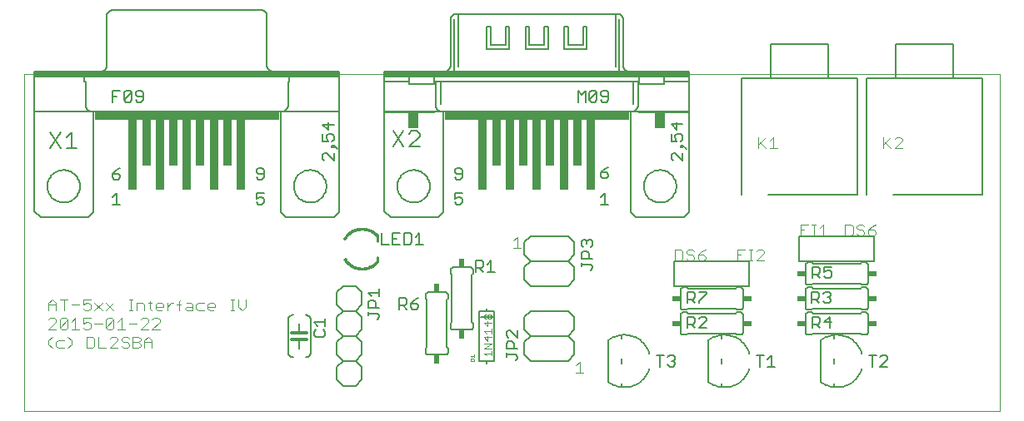
<source format=gto>
G75*
%MOIN*%
%OFA0B0*%
%FSLAX24Y24*%
%IPPOS*%
%LPD*%
%AMOC8*
5,1,8,0,0,1.08239X$1,22.5*
%
%ADD10C,0.0000*%
%ADD11C,0.0040*%
%ADD12C,0.0050*%
%ADD13C,0.0060*%
%ADD14R,0.0340X0.0240*%
%ADD15R,0.0240X0.0340*%
%ADD16C,0.0010*%
%ADD17C,0.0100*%
%ADD18C,0.0080*%
%ADD19C,0.0030*%
%ADD20R,0.0100X0.0950*%
%ADD21R,0.0400X0.0650*%
%ADD22R,0.7300X0.0300*%
%ADD23R,1.2200X0.0200*%
%ADD24R,0.0320X0.2850*%
%ADD25R,0.0320X0.1850*%
%ADD26C,0.0070*%
%ADD27C,0.0120*%
D10*
X000100Y001819D02*
X000100Y015315D01*
X039120Y015315D01*
X039120Y001819D01*
X000100Y001819D01*
D11*
X001217Y004339D02*
X001063Y004492D01*
X001063Y004646D01*
X001217Y004799D01*
X001447Y004646D02*
X001370Y004569D01*
X001370Y004415D01*
X001447Y004339D01*
X001677Y004339D01*
X001830Y004339D02*
X001984Y004492D01*
X001984Y004646D01*
X001830Y004799D01*
X001677Y004646D02*
X001447Y004646D01*
X001370Y005089D02*
X001063Y005089D01*
X001370Y005396D01*
X001370Y005472D01*
X001293Y005549D01*
X001140Y005549D01*
X001063Y005472D01*
X001524Y005472D02*
X001600Y005549D01*
X001754Y005549D01*
X001830Y005472D01*
X001524Y005165D01*
X001600Y005089D01*
X001754Y005089D01*
X001830Y005165D01*
X001830Y005472D01*
X001984Y005396D02*
X002137Y005549D01*
X002137Y005089D01*
X001984Y005089D02*
X002291Y005089D01*
X002444Y005165D02*
X002521Y005089D01*
X002674Y005089D01*
X002751Y005165D01*
X002751Y005319D01*
X002674Y005396D01*
X002598Y005396D01*
X002444Y005319D01*
X002444Y005549D01*
X002751Y005549D01*
X002905Y005319D02*
X003212Y005319D01*
X003365Y005472D02*
X003365Y005165D01*
X003672Y005472D01*
X003672Y005165D01*
X003595Y005089D01*
X003442Y005089D01*
X003365Y005165D01*
X003825Y005089D02*
X004132Y005089D01*
X003979Y005089D02*
X003979Y005549D01*
X003825Y005396D01*
X003672Y005472D02*
X003595Y005549D01*
X003442Y005549D01*
X003365Y005472D01*
X003365Y005839D02*
X003672Y006146D01*
X003365Y006146D02*
X003672Y005839D01*
X003212Y005839D02*
X002905Y006146D01*
X002751Y006069D02*
X002751Y005915D01*
X002674Y005839D01*
X002521Y005839D01*
X002444Y005915D01*
X002444Y006069D02*
X002598Y006146D01*
X002674Y006146D01*
X002751Y006069D01*
X002751Y006299D02*
X002444Y006299D01*
X002444Y006069D01*
X002291Y006069D02*
X001984Y006069D01*
X001830Y006299D02*
X001524Y006299D01*
X001677Y006299D02*
X001677Y005839D01*
X001370Y005839D02*
X001370Y006146D01*
X001217Y006299D01*
X001063Y006146D01*
X001063Y005839D01*
X001063Y006069D02*
X001370Y006069D01*
X001524Y005472D02*
X001524Y005165D01*
X002598Y004799D02*
X002828Y004799D01*
X002905Y004722D01*
X002905Y004415D01*
X002828Y004339D01*
X002598Y004339D01*
X002598Y004799D01*
X003058Y004799D02*
X003058Y004339D01*
X003365Y004339D01*
X003519Y004339D02*
X003825Y004646D01*
X003825Y004722D01*
X003749Y004799D01*
X003595Y004799D01*
X003519Y004722D01*
X003519Y004339D02*
X003825Y004339D01*
X003979Y004415D02*
X004056Y004339D01*
X004209Y004339D01*
X004286Y004415D01*
X004286Y004492D01*
X004209Y004569D01*
X004056Y004569D01*
X003979Y004646D01*
X003979Y004722D01*
X004056Y004799D01*
X004209Y004799D01*
X004286Y004722D01*
X004439Y004799D02*
X004670Y004799D01*
X004746Y004722D01*
X004746Y004646D01*
X004670Y004569D01*
X004439Y004569D01*
X004439Y004339D02*
X004439Y004799D01*
X004670Y004569D02*
X004746Y004492D01*
X004746Y004415D01*
X004670Y004339D01*
X004439Y004339D01*
X004900Y004339D02*
X004900Y004646D01*
X005053Y004799D01*
X005207Y004646D01*
X005207Y004339D01*
X005207Y004569D02*
X004900Y004569D01*
X005053Y005089D02*
X004746Y005089D01*
X005053Y005396D01*
X005053Y005472D01*
X004976Y005549D01*
X004823Y005549D01*
X004746Y005472D01*
X004593Y005319D02*
X004286Y005319D01*
X004286Y005839D02*
X004439Y005839D01*
X004363Y005839D02*
X004363Y006299D01*
X004439Y006299D02*
X004286Y006299D01*
X004593Y006146D02*
X004823Y006146D01*
X004900Y006069D01*
X004900Y005839D01*
X005130Y005915D02*
X005207Y005839D01*
X005130Y005915D02*
X005130Y006222D01*
X005053Y006146D02*
X005207Y006146D01*
X005360Y006069D02*
X005437Y006146D01*
X005590Y006146D01*
X005667Y006069D01*
X005667Y005992D01*
X005360Y005992D01*
X005360Y005915D02*
X005360Y006069D01*
X005360Y005915D02*
X005437Y005839D01*
X005590Y005839D01*
X005821Y005839D02*
X005821Y006146D01*
X005974Y006146D02*
X005821Y005992D01*
X005974Y006146D02*
X006051Y006146D01*
X006204Y006069D02*
X006358Y006069D01*
X006281Y006222D02*
X006281Y005839D01*
X006511Y005915D02*
X006588Y005992D01*
X006818Y005992D01*
X006818Y006069D02*
X006818Y005839D01*
X006588Y005839D01*
X006511Y005915D01*
X006588Y006146D02*
X006741Y006146D01*
X006818Y006069D01*
X006971Y006069D02*
X006971Y005915D01*
X007048Y005839D01*
X007278Y005839D01*
X007432Y005915D02*
X007432Y006069D01*
X007509Y006146D01*
X007662Y006146D01*
X007739Y006069D01*
X007739Y005992D01*
X007432Y005992D01*
X007432Y005915D02*
X007509Y005839D01*
X007662Y005839D01*
X007278Y006146D02*
X007048Y006146D01*
X006971Y006069D01*
X006358Y006299D02*
X006281Y006222D01*
X005514Y005472D02*
X005437Y005549D01*
X005283Y005549D01*
X005207Y005472D01*
X005514Y005472D02*
X005514Y005396D01*
X005207Y005089D01*
X005514Y005089D01*
X004593Y005839D02*
X004593Y006146D01*
X003212Y006146D02*
X002905Y005839D01*
X008353Y005839D02*
X008506Y005839D01*
X008429Y005839D02*
X008429Y006299D01*
X008353Y006299D02*
X008506Y006299D01*
X008660Y006299D02*
X008660Y005992D01*
X008813Y005839D01*
X008967Y005992D01*
X008967Y006299D01*
X019660Y008339D02*
X019967Y008339D01*
X019813Y008339D02*
X019813Y008799D01*
X019660Y008646D01*
X026120Y008299D02*
X026120Y007839D01*
X026350Y007839D01*
X026427Y007915D01*
X026427Y008222D01*
X026350Y008299D01*
X026120Y008299D01*
X026580Y008222D02*
X026580Y008146D01*
X026657Y008069D01*
X026811Y008069D01*
X026887Y007992D01*
X026887Y007915D01*
X026811Y007839D01*
X026657Y007839D01*
X026580Y007915D01*
X027041Y007915D02*
X027041Y008069D01*
X027271Y008069D01*
X027348Y007992D01*
X027348Y007915D01*
X027271Y007839D01*
X027118Y007839D01*
X027041Y007915D01*
X027041Y008069D02*
X027194Y008222D01*
X027348Y008299D01*
X026887Y008222D02*
X026811Y008299D01*
X026657Y008299D01*
X026580Y008222D01*
X028620Y008299D02*
X028620Y007839D01*
X028620Y008069D02*
X028773Y008069D01*
X028620Y008299D02*
X028927Y008299D01*
X029080Y008299D02*
X029234Y008299D01*
X029157Y008299D02*
X029157Y007839D01*
X029080Y007839D02*
X029234Y007839D01*
X029387Y007839D02*
X029694Y008146D01*
X029694Y008222D01*
X029618Y008299D01*
X029464Y008299D01*
X029387Y008222D01*
X029387Y007839D02*
X029694Y007839D01*
X031142Y008839D02*
X031142Y009299D01*
X031449Y009299D01*
X031603Y009299D02*
X031756Y009299D01*
X031679Y009299D02*
X031679Y008839D01*
X031603Y008839D02*
X031756Y008839D01*
X031910Y008839D02*
X032217Y008839D01*
X032063Y008839D02*
X032063Y009299D01*
X031910Y009146D01*
X031296Y009069D02*
X031142Y009069D01*
X032939Y009299D02*
X032939Y008839D01*
X033169Y008839D01*
X033246Y008915D01*
X033246Y009222D01*
X033169Y009299D01*
X032939Y009299D01*
X033399Y009222D02*
X033399Y009146D01*
X033476Y009069D01*
X033629Y009069D01*
X033706Y008992D01*
X033706Y008915D01*
X033629Y008839D01*
X033476Y008839D01*
X033399Y008915D01*
X033860Y008915D02*
X033860Y009069D01*
X034090Y009069D01*
X034167Y008992D01*
X034167Y008915D01*
X034090Y008839D01*
X033936Y008839D01*
X033860Y008915D01*
X033860Y009069D02*
X034013Y009222D01*
X034167Y009299D01*
X033706Y009222D02*
X033629Y009299D01*
X033476Y009299D01*
X033399Y009222D01*
X034449Y012339D02*
X034449Y012799D01*
X034526Y012569D02*
X034756Y012339D01*
X034910Y012339D02*
X035217Y012646D01*
X035217Y012722D01*
X035140Y012799D01*
X034986Y012799D01*
X034910Y012722D01*
X034756Y012799D02*
X034449Y012492D01*
X034910Y012339D02*
X035217Y012339D01*
X030217Y012339D02*
X029910Y012339D01*
X030063Y012339D02*
X030063Y012799D01*
X029910Y012646D01*
X029756Y012799D02*
X029449Y012492D01*
X029526Y012569D02*
X029756Y012339D01*
X029449Y012339D02*
X029449Y012799D01*
X022313Y003799D02*
X022313Y003339D01*
X022160Y003339D02*
X022467Y003339D01*
X022160Y003646D02*
X022313Y003799D01*
D12*
X023450Y002994D02*
X023450Y004643D01*
X024000Y004706D02*
X024000Y004864D01*
X025375Y004044D02*
X025675Y004044D01*
X025525Y004044D02*
X025525Y003594D01*
X025835Y003669D02*
X025910Y003594D01*
X026061Y003594D01*
X026136Y003669D01*
X026136Y003744D01*
X026061Y003819D01*
X025986Y003819D01*
X026061Y003819D02*
X026136Y003894D01*
X026136Y003969D01*
X026061Y004044D01*
X025910Y004044D01*
X025835Y003969D01*
X025103Y004129D02*
X025083Y004188D01*
X025060Y004245D01*
X025033Y004302D01*
X025002Y004356D01*
X024969Y004409D01*
X024932Y004459D01*
X024893Y004508D01*
X024850Y004553D01*
X024805Y004597D01*
X024758Y004637D01*
X024708Y004675D01*
X024656Y004710D01*
X024602Y004741D01*
X024547Y004769D01*
X024490Y004794D01*
X024431Y004815D01*
X024371Y004833D01*
X024310Y004848D01*
X024249Y004858D01*
X024187Y004865D01*
X024125Y004869D01*
X024062Y004868D01*
X024000Y004864D01*
X024000Y003931D02*
X024000Y003706D01*
X023450Y004644D02*
X023498Y004679D01*
X023548Y004712D01*
X023600Y004743D01*
X023654Y004770D01*
X023709Y004794D01*
X023766Y004814D01*
X023823Y004832D01*
X023881Y004846D01*
X023940Y004857D01*
X024000Y004864D01*
X025103Y003509D02*
X025083Y003449D01*
X025059Y003390D01*
X025031Y003333D01*
X025000Y003278D01*
X024965Y003224D01*
X024928Y003173D01*
X024887Y003124D01*
X024843Y003078D01*
X024797Y003034D01*
X024748Y002993D01*
X024697Y002955D01*
X024644Y002921D01*
X024588Y002889D01*
X024531Y002862D01*
X024472Y002837D01*
X024412Y002817D01*
X024351Y002799D01*
X024289Y002786D01*
X024226Y002777D01*
X024163Y002771D01*
X024099Y002769D01*
X024035Y002771D01*
X023972Y002777D01*
X023909Y002786D01*
X023847Y002800D01*
X023786Y002817D01*
X023726Y002838D01*
X023667Y002862D01*
X023610Y002890D01*
X023554Y002922D01*
X023501Y002957D01*
X023450Y002994D01*
X024000Y002931D02*
X024000Y002773D01*
X027450Y002994D02*
X027450Y004643D01*
X028000Y004706D02*
X028000Y004864D01*
X027386Y005144D02*
X027085Y005144D01*
X027386Y005444D01*
X027386Y005519D01*
X027311Y005594D01*
X027160Y005594D01*
X027085Y005519D01*
X026925Y005519D02*
X026925Y005369D01*
X026850Y005294D01*
X026625Y005294D01*
X026775Y005294D02*
X026925Y005144D01*
X026625Y005144D02*
X026625Y005594D01*
X026850Y005594D01*
X026925Y005519D01*
X026925Y006144D02*
X026775Y006294D01*
X026850Y006294D02*
X026625Y006294D01*
X026625Y006144D02*
X026625Y006594D01*
X026850Y006594D01*
X026925Y006519D01*
X026925Y006369D01*
X026850Y006294D01*
X027085Y006219D02*
X027085Y006144D01*
X027085Y006219D02*
X027386Y006519D01*
X027386Y006594D01*
X027085Y006594D01*
X026100Y006819D02*
X026100Y007819D01*
X029100Y007819D01*
X029100Y006819D01*
X026100Y006819D01*
X022825Y007538D02*
X022750Y007462D01*
X022825Y007538D02*
X022825Y007613D01*
X022750Y007688D01*
X022375Y007688D01*
X022375Y007613D02*
X022375Y007763D01*
X022375Y007923D02*
X022375Y008148D01*
X022450Y008223D01*
X022600Y008223D01*
X022675Y008148D01*
X022675Y007923D01*
X022825Y007923D02*
X022375Y007923D01*
X022450Y008383D02*
X022375Y008458D01*
X022375Y008608D01*
X022450Y008683D01*
X022525Y008683D01*
X022600Y008608D01*
X022675Y008683D01*
X022750Y008683D01*
X022825Y008608D01*
X022825Y008458D01*
X022750Y008383D01*
X022600Y008533D02*
X022600Y008608D01*
X023165Y010094D02*
X023465Y010094D01*
X023315Y010094D02*
X023315Y010544D01*
X023165Y010394D01*
X023240Y011144D02*
X023390Y011144D01*
X023465Y011219D01*
X023465Y011294D01*
X023390Y011369D01*
X023165Y011369D01*
X023165Y011219D01*
X023240Y011144D01*
X023165Y011369D02*
X023315Y011519D01*
X023465Y011594D01*
X025975Y011931D02*
X026050Y011856D01*
X025975Y011931D02*
X025975Y012081D01*
X026050Y012156D01*
X026125Y012156D01*
X026425Y011856D01*
X026425Y012156D01*
X026575Y012316D02*
X026425Y012466D01*
X026425Y012391D01*
X026350Y012391D01*
X026350Y012466D01*
X026425Y012466D01*
X026350Y012623D02*
X026425Y012698D01*
X026425Y012848D01*
X026350Y012923D01*
X026200Y012923D01*
X026125Y012848D01*
X026125Y012773D01*
X026200Y012623D01*
X025975Y012623D01*
X025975Y012923D01*
X026200Y013083D02*
X026200Y013383D01*
X026425Y013308D02*
X025975Y013308D01*
X026200Y013083D01*
X023465Y014269D02*
X023465Y014569D01*
X023390Y014644D01*
X023240Y014644D01*
X023165Y014569D01*
X023165Y014494D01*
X023240Y014419D01*
X023465Y014419D01*
X023465Y014269D02*
X023390Y014194D01*
X023240Y014194D01*
X023165Y014269D01*
X023004Y014269D02*
X022929Y014194D01*
X022779Y014194D01*
X022704Y014269D01*
X023004Y014569D01*
X023004Y014269D01*
X022704Y014269D02*
X022704Y014569D01*
X022779Y014644D01*
X022929Y014644D01*
X023004Y014569D01*
X022544Y014644D02*
X022544Y014194D01*
X022244Y014194D02*
X022244Y014644D01*
X022394Y014494D01*
X022544Y014644D01*
X017615Y011469D02*
X017540Y011544D01*
X017390Y011544D01*
X017315Y011469D01*
X017315Y011394D01*
X017390Y011319D01*
X017615Y011319D01*
X017615Y011169D02*
X017615Y011469D01*
X017615Y011169D02*
X017540Y011094D01*
X017390Y011094D01*
X017315Y011169D01*
X017315Y010544D02*
X017315Y010319D01*
X017465Y010394D01*
X017540Y010394D01*
X017615Y010319D01*
X017615Y010169D01*
X017540Y010094D01*
X017390Y010094D01*
X017315Y010169D01*
X017315Y010544D02*
X017615Y010544D01*
X015906Y008944D02*
X015906Y008494D01*
X015756Y008494D02*
X016056Y008494D01*
X015596Y008569D02*
X015596Y008869D01*
X015521Y008944D01*
X015296Y008944D01*
X015296Y008494D01*
X015521Y008494D01*
X015596Y008569D01*
X015756Y008794D02*
X015906Y008944D01*
X015136Y008944D02*
X014835Y008944D01*
X014835Y008494D01*
X015136Y008494D01*
X014986Y008719D02*
X014835Y008719D01*
X014675Y008494D02*
X014375Y008494D01*
X014375Y008944D01*
X018154Y007844D02*
X018154Y007394D01*
X018154Y007544D02*
X018379Y007544D01*
X018454Y007619D01*
X018454Y007769D01*
X018379Y007844D01*
X018154Y007844D01*
X018615Y007694D02*
X018765Y007844D01*
X018765Y007394D01*
X018615Y007394D02*
X018915Y007394D01*
X018454Y007394D02*
X018304Y007544D01*
X015865Y006344D02*
X015715Y006269D01*
X015565Y006119D01*
X015790Y006119D01*
X015865Y006044D01*
X015865Y005969D01*
X015790Y005894D01*
X015640Y005894D01*
X015565Y005969D01*
X015565Y006119D01*
X015404Y006119D02*
X015329Y006044D01*
X015104Y006044D01*
X015254Y006044D02*
X015404Y005894D01*
X015404Y006119D02*
X015404Y006269D01*
X015329Y006344D01*
X015104Y006344D01*
X015104Y005894D01*
X014295Y005953D02*
X013845Y005953D01*
X013845Y006178D01*
X013920Y006253D01*
X014070Y006253D01*
X014145Y006178D01*
X014145Y005953D01*
X014220Y005718D02*
X013845Y005718D01*
X013845Y005643D02*
X013845Y005793D01*
X014220Y005718D02*
X014295Y005643D01*
X014295Y005568D01*
X014220Y005492D01*
X014295Y006413D02*
X014295Y006713D01*
X014295Y006563D02*
X013845Y006563D01*
X013995Y006413D01*
X012125Y005533D02*
X012125Y005233D01*
X012125Y005383D02*
X011675Y005383D01*
X011825Y005233D01*
X011750Y005073D02*
X011675Y004998D01*
X011675Y004848D01*
X011750Y004773D01*
X012050Y004773D01*
X012125Y004848D01*
X012125Y004998D01*
X012050Y005073D01*
X019375Y004990D02*
X019375Y004839D01*
X019450Y004764D01*
X019450Y004604D02*
X019600Y004604D01*
X019675Y004529D01*
X019675Y004304D01*
X019825Y004304D02*
X019375Y004304D01*
X019375Y004529D01*
X019450Y004604D01*
X019825Y004764D02*
X019525Y005065D01*
X019450Y005065D01*
X019375Y004990D01*
X019825Y005065D02*
X019825Y004764D01*
X019750Y004069D02*
X019375Y004069D01*
X019375Y003994D02*
X019375Y004144D01*
X019750Y004069D02*
X019825Y003994D01*
X019825Y003919D01*
X019750Y003844D01*
X028000Y003931D02*
X028000Y003706D01*
X027450Y004644D02*
X027498Y004679D01*
X027548Y004712D01*
X027600Y004743D01*
X027654Y004770D01*
X027709Y004794D01*
X027766Y004814D01*
X027823Y004832D01*
X027881Y004846D01*
X027940Y004857D01*
X028000Y004864D01*
X029375Y004044D02*
X029675Y004044D01*
X029525Y004044D02*
X029525Y003594D01*
X029835Y003594D02*
X030136Y003594D01*
X029986Y003594D02*
X029986Y004044D01*
X029835Y003894D01*
X029103Y004129D02*
X029083Y004188D01*
X029060Y004245D01*
X029033Y004302D01*
X029002Y004356D01*
X028969Y004409D01*
X028932Y004459D01*
X028893Y004508D01*
X028850Y004553D01*
X028805Y004597D01*
X028758Y004637D01*
X028708Y004675D01*
X028656Y004710D01*
X028602Y004741D01*
X028547Y004769D01*
X028490Y004794D01*
X028431Y004815D01*
X028371Y004833D01*
X028310Y004848D01*
X028249Y004858D01*
X028187Y004865D01*
X028125Y004869D01*
X028062Y004868D01*
X028000Y004864D01*
X029103Y003509D02*
X029083Y003449D01*
X029059Y003390D01*
X029031Y003333D01*
X029000Y003278D01*
X028965Y003224D01*
X028928Y003173D01*
X028887Y003124D01*
X028843Y003078D01*
X028797Y003034D01*
X028748Y002993D01*
X028697Y002955D01*
X028644Y002921D01*
X028588Y002889D01*
X028531Y002862D01*
X028472Y002837D01*
X028412Y002817D01*
X028351Y002799D01*
X028289Y002786D01*
X028226Y002777D01*
X028163Y002771D01*
X028099Y002769D01*
X028035Y002771D01*
X027972Y002777D01*
X027909Y002786D01*
X027847Y002800D01*
X027786Y002817D01*
X027726Y002838D01*
X027667Y002862D01*
X027610Y002890D01*
X027554Y002922D01*
X027501Y002957D01*
X027450Y002994D01*
X028000Y002931D02*
X028000Y002773D01*
X031950Y002994D02*
X031950Y004643D01*
X032500Y004706D02*
X032500Y004864D01*
X032311Y005144D02*
X032311Y005594D01*
X032085Y005369D01*
X032386Y005369D01*
X031925Y005369D02*
X031925Y005519D01*
X031850Y005594D01*
X031625Y005594D01*
X031625Y005144D01*
X031625Y005294D02*
X031850Y005294D01*
X031925Y005369D01*
X031775Y005294D02*
X031925Y005144D01*
X031904Y006144D02*
X031754Y006294D01*
X031829Y006294D02*
X031604Y006294D01*
X031604Y006144D02*
X031604Y006594D01*
X031829Y006594D01*
X031904Y006519D01*
X031904Y006369D01*
X031829Y006294D01*
X032065Y006219D02*
X032140Y006144D01*
X032290Y006144D01*
X032365Y006219D01*
X032365Y006294D01*
X032290Y006369D01*
X032215Y006369D01*
X032290Y006369D02*
X032365Y006444D01*
X032365Y006519D01*
X032290Y006594D01*
X032140Y006594D01*
X032065Y006519D01*
X032160Y007144D02*
X032085Y007219D01*
X032160Y007144D02*
X032311Y007144D01*
X032386Y007219D01*
X032386Y007369D01*
X032311Y007444D01*
X032236Y007444D01*
X032085Y007369D01*
X032085Y007594D01*
X032386Y007594D01*
X031925Y007519D02*
X031925Y007369D01*
X031850Y007294D01*
X031625Y007294D01*
X031775Y007294D02*
X031925Y007144D01*
X031625Y007144D02*
X031625Y007594D01*
X031850Y007594D01*
X031925Y007519D01*
X031100Y007819D02*
X031100Y008819D01*
X034100Y008819D01*
X034100Y007819D01*
X031100Y007819D01*
X033875Y004044D02*
X034175Y004044D01*
X034025Y004044D02*
X034025Y003594D01*
X034335Y003594D02*
X034636Y003894D01*
X034636Y003969D01*
X034561Y004044D01*
X034410Y004044D01*
X034335Y003969D01*
X034335Y003594D02*
X034636Y003594D01*
X033603Y004129D02*
X033583Y004188D01*
X033560Y004245D01*
X033533Y004302D01*
X033502Y004356D01*
X033469Y004409D01*
X033432Y004459D01*
X033393Y004508D01*
X033350Y004553D01*
X033305Y004597D01*
X033258Y004637D01*
X033208Y004675D01*
X033156Y004710D01*
X033102Y004741D01*
X033047Y004769D01*
X032990Y004794D01*
X032931Y004815D01*
X032871Y004833D01*
X032810Y004848D01*
X032749Y004858D01*
X032687Y004865D01*
X032625Y004869D01*
X032562Y004868D01*
X032500Y004864D01*
X032500Y003931D02*
X032500Y003706D01*
X031950Y004644D02*
X031998Y004679D01*
X032048Y004712D01*
X032100Y004743D01*
X032154Y004770D01*
X032209Y004794D01*
X032266Y004814D01*
X032323Y004832D01*
X032381Y004846D01*
X032440Y004857D01*
X032500Y004864D01*
X033603Y003509D02*
X033583Y003449D01*
X033559Y003390D01*
X033531Y003333D01*
X033500Y003278D01*
X033465Y003224D01*
X033428Y003173D01*
X033387Y003124D01*
X033343Y003078D01*
X033297Y003034D01*
X033248Y002993D01*
X033197Y002955D01*
X033144Y002921D01*
X033088Y002889D01*
X033031Y002862D01*
X032972Y002837D01*
X032912Y002817D01*
X032851Y002799D01*
X032789Y002786D01*
X032726Y002777D01*
X032663Y002771D01*
X032599Y002769D01*
X032535Y002771D01*
X032472Y002777D01*
X032409Y002786D01*
X032347Y002800D01*
X032286Y002817D01*
X032226Y002838D01*
X032167Y002862D01*
X032110Y002890D01*
X032054Y002922D01*
X032001Y002957D01*
X031950Y002994D01*
X032500Y002931D02*
X032500Y002773D01*
X012475Y011844D02*
X012475Y012144D01*
X012625Y012304D02*
X012475Y012454D01*
X012475Y012379D01*
X012400Y012379D01*
X012400Y012454D01*
X012475Y012454D01*
X012400Y012611D02*
X012475Y012686D01*
X012475Y012836D01*
X012400Y012911D01*
X012250Y012911D01*
X012175Y012836D01*
X012175Y012761D01*
X012250Y012611D01*
X012025Y012611D01*
X012025Y012911D01*
X012250Y013071D02*
X012250Y013372D01*
X012475Y013297D02*
X012025Y013297D01*
X012250Y013071D01*
X012175Y012144D02*
X012100Y012144D01*
X012025Y012069D01*
X012025Y011919D01*
X012100Y011844D01*
X012175Y012144D02*
X012475Y011844D01*
X009675Y011469D02*
X009675Y011169D01*
X009600Y011094D01*
X009450Y011094D01*
X009375Y011169D01*
X009450Y011319D02*
X009675Y011319D01*
X009675Y011469D02*
X009600Y011544D01*
X009450Y011544D01*
X009375Y011469D01*
X009375Y011394D01*
X009450Y011319D01*
X009375Y010544D02*
X009375Y010319D01*
X009525Y010394D01*
X009600Y010394D01*
X009675Y010319D01*
X009675Y010169D01*
X009600Y010094D01*
X009450Y010094D01*
X009375Y010169D01*
X009375Y010544D02*
X009675Y010544D01*
X003925Y010094D02*
X003625Y010094D01*
X003775Y010094D02*
X003775Y010544D01*
X003625Y010394D01*
X003700Y011094D02*
X003850Y011094D01*
X003925Y011169D01*
X003925Y011244D01*
X003850Y011319D01*
X003625Y011319D01*
X003625Y011169D01*
X003700Y011094D01*
X003625Y011319D02*
X003775Y011469D01*
X003925Y011544D01*
X004160Y014194D02*
X004085Y014269D01*
X004386Y014569D01*
X004386Y014269D01*
X004311Y014194D01*
X004160Y014194D01*
X004085Y014269D02*
X004085Y014569D01*
X004160Y014644D01*
X004311Y014644D01*
X004386Y014569D01*
X004546Y014569D02*
X004546Y014494D01*
X004621Y014419D01*
X004846Y014419D01*
X004846Y014269D02*
X004846Y014569D01*
X004771Y014644D01*
X004621Y014644D01*
X004546Y014569D01*
X004546Y014269D02*
X004621Y014194D01*
X004771Y014194D01*
X004846Y014269D01*
X003925Y014644D02*
X003625Y014644D01*
X003625Y014194D01*
X003625Y014419D02*
X003775Y014419D01*
D13*
X002800Y013819D02*
X002770Y013821D01*
X002740Y013826D01*
X002711Y013835D01*
X002684Y013848D01*
X002658Y013863D01*
X002634Y013882D01*
X002613Y013903D01*
X002594Y013927D01*
X002579Y013953D01*
X002566Y013980D01*
X002557Y014009D01*
X002552Y014039D01*
X002550Y014069D01*
X002550Y015019D01*
X002500Y015019D01*
X002500Y015219D01*
X010700Y015219D01*
X010700Y015019D01*
X010650Y015019D01*
X010650Y014069D01*
X010648Y014039D01*
X010643Y014009D01*
X010634Y013980D01*
X010621Y013953D01*
X010606Y013927D01*
X010587Y013903D01*
X010566Y013882D01*
X010542Y013863D01*
X010516Y013848D01*
X010489Y013835D01*
X010460Y013826D01*
X010430Y013821D01*
X010400Y013819D01*
X010350Y013819D02*
X010350Y009769D01*
X010550Y009569D01*
X012500Y009569D01*
X012700Y009769D01*
X012700Y013769D01*
X012700Y013819D01*
X010700Y013819D01*
X010350Y013819D01*
X010250Y013819D01*
X010250Y013519D01*
X002950Y013519D01*
X002950Y013819D01*
X010250Y013819D01*
X012700Y013819D02*
X012700Y015019D01*
X012700Y015219D01*
X011700Y015219D01*
X010700Y015219D01*
X010050Y015419D02*
X010020Y015421D01*
X009990Y015426D01*
X009961Y015435D01*
X009934Y015448D01*
X009908Y015463D01*
X009884Y015482D01*
X009863Y015503D01*
X009844Y015527D01*
X009829Y015553D01*
X009816Y015580D01*
X009807Y015609D01*
X009802Y015639D01*
X009800Y015669D01*
X009800Y017669D01*
X009798Y017695D01*
X009793Y017721D01*
X009785Y017746D01*
X009773Y017769D01*
X009759Y017791D01*
X009741Y017810D01*
X009722Y017828D01*
X009700Y017842D01*
X009677Y017854D01*
X009652Y017862D01*
X009626Y017867D01*
X009600Y017869D01*
X009500Y017869D01*
X003700Y017869D01*
X003600Y017869D01*
X003574Y017867D01*
X003548Y017862D01*
X003523Y017854D01*
X003500Y017842D01*
X003478Y017828D01*
X003459Y017810D01*
X003441Y017791D01*
X003427Y017769D01*
X003415Y017746D01*
X003407Y017721D01*
X003402Y017695D01*
X003400Y017669D01*
X003400Y015669D01*
X003398Y015639D01*
X003393Y015609D01*
X003384Y015580D01*
X003371Y015553D01*
X003356Y015527D01*
X003337Y015503D01*
X003316Y015482D01*
X003292Y015463D01*
X003266Y015448D01*
X003239Y015435D01*
X003210Y015426D01*
X003180Y015421D01*
X003150Y015419D01*
X002500Y015219D02*
X001500Y015219D01*
X000500Y015219D01*
X000500Y015419D01*
X003550Y015419D01*
X009650Y015419D01*
X012700Y015419D01*
X012700Y015219D01*
X014500Y015219D02*
X014500Y015019D01*
X015500Y015019D01*
X015500Y014919D01*
X016500Y014919D01*
X016500Y015019D01*
X016550Y015019D01*
X016550Y014069D01*
X016552Y014039D01*
X016557Y014009D01*
X016566Y013980D01*
X016579Y013953D01*
X016594Y013927D01*
X016613Y013903D01*
X016634Y013882D01*
X016658Y013863D01*
X016684Y013848D01*
X016711Y013835D01*
X016740Y013826D01*
X016770Y013821D01*
X016800Y013819D01*
X016850Y013819D02*
X016850Y009769D01*
X016650Y009569D01*
X014750Y009569D01*
X014500Y009819D01*
X014500Y013769D01*
X016500Y013769D01*
X016500Y013819D01*
X016850Y013819D01*
X016950Y013819D01*
X024250Y013819D01*
X024350Y013819D01*
X024350Y009769D01*
X024550Y009569D01*
X026500Y009569D01*
X026700Y009769D01*
X026700Y013769D01*
X024700Y013769D01*
X024700Y013819D01*
X026700Y013819D01*
X026700Y013769D01*
X026700Y013819D02*
X026700Y015019D01*
X025700Y015019D01*
X025700Y014919D01*
X024700Y014919D01*
X024700Y015019D01*
X024650Y015019D01*
X024650Y014069D01*
X024648Y014039D01*
X024643Y014009D01*
X024634Y013980D01*
X024621Y013953D01*
X024606Y013927D01*
X024587Y013903D01*
X024566Y013882D01*
X024542Y013863D01*
X024516Y013848D01*
X024489Y013835D01*
X024460Y013826D01*
X024430Y013821D01*
X024400Y013819D01*
X024350Y013819D02*
X024700Y013819D01*
X024250Y013819D02*
X024250Y013519D01*
X016950Y013519D01*
X016950Y013819D01*
X016500Y013819D02*
X014500Y013819D01*
X014500Y013769D01*
X014500Y013819D02*
X014500Y015019D01*
X014500Y015219D02*
X015500Y015219D01*
X015500Y015019D01*
X015500Y015219D02*
X016500Y015219D01*
X024700Y015219D01*
X024700Y015019D01*
X024650Y015019D02*
X016550Y015019D01*
X016500Y015019D02*
X016500Y015219D01*
X017300Y015419D02*
X014500Y015419D01*
X014500Y015219D01*
X016900Y015419D02*
X016930Y015421D01*
X016960Y015426D01*
X016989Y015435D01*
X017016Y015448D01*
X017042Y015463D01*
X017066Y015482D01*
X017087Y015503D01*
X017106Y015527D01*
X017121Y015553D01*
X017134Y015580D01*
X017143Y015609D01*
X017148Y015639D01*
X017150Y015669D01*
X017150Y017519D01*
X017300Y017519D02*
X017300Y015419D01*
X023900Y015419D01*
X026700Y015419D01*
X026700Y015219D01*
X025700Y015219D01*
X024700Y015219D01*
X023900Y015419D02*
X023900Y017519D01*
X024050Y017519D02*
X024048Y017545D01*
X024043Y017571D01*
X024035Y017596D01*
X024023Y017619D01*
X024009Y017641D01*
X023991Y017660D01*
X023972Y017678D01*
X023950Y017692D01*
X023927Y017704D01*
X023902Y017712D01*
X023876Y017717D01*
X023850Y017719D01*
X023750Y017719D01*
X017450Y017719D01*
X017450Y015619D01*
X018600Y016319D02*
X018600Y017219D01*
X018750Y017219D01*
X018750Y016469D01*
X019350Y016469D01*
X019350Y017219D01*
X019500Y017219D01*
X019500Y016319D01*
X018600Y016319D01*
X020150Y016319D02*
X020150Y017219D01*
X020300Y017219D01*
X020300Y016469D01*
X020900Y016469D01*
X020900Y017219D01*
X021050Y017219D01*
X021050Y016319D01*
X020150Y016319D01*
X021700Y016319D02*
X021700Y017219D01*
X021850Y017219D01*
X021850Y016469D01*
X022450Y016469D01*
X022450Y017219D01*
X022600Y017219D01*
X022600Y016319D01*
X021700Y016319D01*
X023750Y015619D02*
X023750Y017719D01*
X024050Y017519D02*
X024050Y015669D01*
X024052Y015639D01*
X024057Y015609D01*
X024066Y015580D01*
X024079Y015553D01*
X024094Y015527D01*
X024113Y015503D01*
X024134Y015482D01*
X024158Y015463D01*
X024184Y015448D01*
X024211Y015435D01*
X024240Y015426D01*
X024270Y015421D01*
X024300Y015419D01*
X025700Y015219D02*
X025700Y015019D01*
X026700Y015019D02*
X026700Y015219D01*
X017450Y017719D02*
X017350Y017719D01*
X017324Y017717D01*
X017298Y017712D01*
X017273Y017704D01*
X017250Y017692D01*
X017228Y017678D01*
X017209Y017660D01*
X017191Y017641D01*
X017177Y017619D01*
X017165Y017596D01*
X017157Y017571D01*
X017152Y017545D01*
X017150Y017519D01*
X002950Y013819D02*
X002850Y013819D01*
X002850Y009769D01*
X002650Y009569D01*
X000750Y009569D01*
X000500Y009819D01*
X000500Y013769D01*
X000500Y013819D01*
X000500Y015019D01*
X000500Y015219D01*
X000500Y013819D02*
X002500Y013819D01*
X002850Y013819D01*
X001020Y010819D02*
X001022Y010869D01*
X001028Y010919D01*
X001038Y010969D01*
X001051Y011017D01*
X001068Y011065D01*
X001089Y011111D01*
X001113Y011155D01*
X001141Y011197D01*
X001172Y011237D01*
X001206Y011274D01*
X001243Y011309D01*
X001282Y011340D01*
X001323Y011369D01*
X001367Y011394D01*
X001413Y011416D01*
X001460Y011434D01*
X001508Y011448D01*
X001557Y011459D01*
X001607Y011466D01*
X001657Y011469D01*
X001708Y011468D01*
X001758Y011463D01*
X001808Y011454D01*
X001856Y011442D01*
X001904Y011425D01*
X001950Y011405D01*
X001995Y011382D01*
X002038Y011355D01*
X002078Y011325D01*
X002116Y011292D01*
X002151Y011256D01*
X002184Y011217D01*
X002213Y011176D01*
X002239Y011133D01*
X002262Y011088D01*
X002281Y011041D01*
X002296Y010993D01*
X002308Y010944D01*
X002316Y010894D01*
X002320Y010844D01*
X002320Y010794D01*
X002316Y010744D01*
X002308Y010694D01*
X002296Y010645D01*
X002281Y010597D01*
X002262Y010550D01*
X002239Y010505D01*
X002213Y010462D01*
X002184Y010421D01*
X002151Y010382D01*
X002116Y010346D01*
X002078Y010313D01*
X002038Y010283D01*
X001995Y010256D01*
X001950Y010233D01*
X001904Y010213D01*
X001856Y010196D01*
X001808Y010184D01*
X001758Y010175D01*
X001708Y010170D01*
X001657Y010169D01*
X001607Y010172D01*
X001557Y010179D01*
X001508Y010190D01*
X001460Y010204D01*
X001413Y010222D01*
X001367Y010244D01*
X001323Y010269D01*
X001282Y010298D01*
X001243Y010329D01*
X001206Y010364D01*
X001172Y010401D01*
X001141Y010441D01*
X001113Y010483D01*
X001089Y010527D01*
X001068Y010573D01*
X001051Y010621D01*
X001038Y010669D01*
X001028Y010719D01*
X001022Y010769D01*
X001020Y010819D01*
X010880Y010819D02*
X010882Y010869D01*
X010888Y010919D01*
X010898Y010969D01*
X010911Y011017D01*
X010928Y011065D01*
X010949Y011111D01*
X010973Y011155D01*
X011001Y011197D01*
X011032Y011237D01*
X011066Y011274D01*
X011103Y011309D01*
X011142Y011340D01*
X011183Y011369D01*
X011227Y011394D01*
X011273Y011416D01*
X011320Y011434D01*
X011368Y011448D01*
X011417Y011459D01*
X011467Y011466D01*
X011517Y011469D01*
X011568Y011468D01*
X011618Y011463D01*
X011668Y011454D01*
X011716Y011442D01*
X011764Y011425D01*
X011810Y011405D01*
X011855Y011382D01*
X011898Y011355D01*
X011938Y011325D01*
X011976Y011292D01*
X012011Y011256D01*
X012044Y011217D01*
X012073Y011176D01*
X012099Y011133D01*
X012122Y011088D01*
X012141Y011041D01*
X012156Y010993D01*
X012168Y010944D01*
X012176Y010894D01*
X012180Y010844D01*
X012180Y010794D01*
X012176Y010744D01*
X012168Y010694D01*
X012156Y010645D01*
X012141Y010597D01*
X012122Y010550D01*
X012099Y010505D01*
X012073Y010462D01*
X012044Y010421D01*
X012011Y010382D01*
X011976Y010346D01*
X011938Y010313D01*
X011898Y010283D01*
X011855Y010256D01*
X011810Y010233D01*
X011764Y010213D01*
X011716Y010196D01*
X011668Y010184D01*
X011618Y010175D01*
X011568Y010170D01*
X011517Y010169D01*
X011467Y010172D01*
X011417Y010179D01*
X011368Y010190D01*
X011320Y010204D01*
X011273Y010222D01*
X011227Y010244D01*
X011183Y010269D01*
X011142Y010298D01*
X011103Y010329D01*
X011066Y010364D01*
X011032Y010401D01*
X011001Y010441D01*
X010973Y010483D01*
X010949Y010527D01*
X010928Y010573D01*
X010911Y010621D01*
X010898Y010669D01*
X010888Y010719D01*
X010882Y010769D01*
X010880Y010819D01*
X015020Y010819D02*
X015022Y010869D01*
X015028Y010919D01*
X015038Y010969D01*
X015051Y011017D01*
X015068Y011065D01*
X015089Y011111D01*
X015113Y011155D01*
X015141Y011197D01*
X015172Y011237D01*
X015206Y011274D01*
X015243Y011309D01*
X015282Y011340D01*
X015323Y011369D01*
X015367Y011394D01*
X015413Y011416D01*
X015460Y011434D01*
X015508Y011448D01*
X015557Y011459D01*
X015607Y011466D01*
X015657Y011469D01*
X015708Y011468D01*
X015758Y011463D01*
X015808Y011454D01*
X015856Y011442D01*
X015904Y011425D01*
X015950Y011405D01*
X015995Y011382D01*
X016038Y011355D01*
X016078Y011325D01*
X016116Y011292D01*
X016151Y011256D01*
X016184Y011217D01*
X016213Y011176D01*
X016239Y011133D01*
X016262Y011088D01*
X016281Y011041D01*
X016296Y010993D01*
X016308Y010944D01*
X016316Y010894D01*
X016320Y010844D01*
X016320Y010794D01*
X016316Y010744D01*
X016308Y010694D01*
X016296Y010645D01*
X016281Y010597D01*
X016262Y010550D01*
X016239Y010505D01*
X016213Y010462D01*
X016184Y010421D01*
X016151Y010382D01*
X016116Y010346D01*
X016078Y010313D01*
X016038Y010283D01*
X015995Y010256D01*
X015950Y010233D01*
X015904Y010213D01*
X015856Y010196D01*
X015808Y010184D01*
X015758Y010175D01*
X015708Y010170D01*
X015657Y010169D01*
X015607Y010172D01*
X015557Y010179D01*
X015508Y010190D01*
X015460Y010204D01*
X015413Y010222D01*
X015367Y010244D01*
X015323Y010269D01*
X015282Y010298D01*
X015243Y010329D01*
X015206Y010364D01*
X015172Y010401D01*
X015141Y010441D01*
X015113Y010483D01*
X015089Y010527D01*
X015068Y010573D01*
X015051Y010621D01*
X015038Y010669D01*
X015028Y010719D01*
X015022Y010769D01*
X015020Y010819D01*
X020100Y008569D02*
X020100Y008069D01*
X020350Y007819D01*
X021850Y007819D01*
X022100Y007569D01*
X022100Y007069D01*
X021850Y006819D01*
X020350Y006819D01*
X020100Y007069D01*
X020100Y007569D01*
X020350Y007819D01*
X021850Y007819D02*
X022100Y008069D01*
X022100Y008569D01*
X021850Y008819D01*
X020350Y008819D01*
X020100Y008569D01*
X018050Y007469D02*
X018050Y007319D01*
X018000Y007269D01*
X018000Y005369D01*
X018050Y005319D01*
X018050Y005169D01*
X018048Y005152D01*
X018044Y005135D01*
X018037Y005119D01*
X018027Y005105D01*
X018014Y005092D01*
X018000Y005082D01*
X017984Y005075D01*
X017967Y005071D01*
X017950Y005069D01*
X017250Y005069D01*
X017233Y005071D01*
X017216Y005075D01*
X017200Y005082D01*
X017186Y005092D01*
X017173Y005105D01*
X017163Y005119D01*
X017156Y005135D01*
X017152Y005152D01*
X017150Y005169D01*
X017150Y005319D01*
X017200Y005369D01*
X017200Y007269D01*
X017150Y007319D01*
X017150Y007469D01*
X017152Y007486D01*
X017156Y007503D01*
X017163Y007519D01*
X017173Y007533D01*
X017186Y007546D01*
X017200Y007556D01*
X017216Y007563D01*
X017233Y007567D01*
X017250Y007569D01*
X017950Y007569D01*
X017967Y007567D01*
X017984Y007563D01*
X018000Y007556D01*
X018014Y007546D01*
X018027Y007533D01*
X018037Y007519D01*
X018044Y007503D01*
X018048Y007486D01*
X018050Y007469D01*
X016950Y006569D02*
X016250Y006569D01*
X016233Y006567D01*
X016216Y006563D01*
X016200Y006556D01*
X016186Y006546D01*
X016173Y006533D01*
X016163Y006519D01*
X016156Y006503D01*
X016152Y006486D01*
X016150Y006469D01*
X016150Y006319D01*
X016200Y006269D01*
X016200Y004369D01*
X016150Y004319D01*
X016150Y004169D01*
X016152Y004152D01*
X016156Y004135D01*
X016163Y004119D01*
X016173Y004105D01*
X016186Y004092D01*
X016200Y004082D01*
X016216Y004075D01*
X016233Y004071D01*
X016250Y004069D01*
X016950Y004069D01*
X016967Y004071D01*
X016984Y004075D01*
X017000Y004082D01*
X017014Y004092D01*
X017027Y004105D01*
X017037Y004119D01*
X017044Y004135D01*
X017048Y004152D01*
X017050Y004169D01*
X017050Y004319D01*
X017000Y004369D01*
X017000Y006269D01*
X017050Y006319D01*
X017050Y006469D01*
X017048Y006486D01*
X017044Y006503D01*
X017037Y006519D01*
X017027Y006533D01*
X017014Y006546D01*
X017000Y006556D01*
X016984Y006563D01*
X016967Y006567D01*
X016950Y006569D01*
X020100Y005569D02*
X020350Y005819D01*
X021850Y005819D01*
X022100Y005569D01*
X022100Y005069D01*
X021850Y004819D01*
X020350Y004819D01*
X020100Y005069D01*
X020100Y005569D01*
X020350Y004819D02*
X020100Y004569D01*
X020100Y004069D01*
X020350Y003819D01*
X021850Y003819D01*
X022100Y004069D01*
X022100Y004569D01*
X021850Y004819D01*
X026350Y004969D02*
X026350Y005669D01*
X026352Y005686D01*
X026356Y005703D01*
X026363Y005719D01*
X026373Y005733D01*
X026386Y005746D01*
X026400Y005756D01*
X026416Y005763D01*
X026433Y005767D01*
X026450Y005769D01*
X026600Y005769D01*
X026650Y005719D01*
X028550Y005719D01*
X028600Y005769D01*
X028750Y005769D01*
X028750Y005869D02*
X028600Y005869D01*
X028550Y005919D01*
X026650Y005919D01*
X026600Y005869D01*
X026450Y005869D01*
X026433Y005871D01*
X026416Y005875D01*
X026400Y005882D01*
X026386Y005892D01*
X026373Y005905D01*
X026363Y005919D01*
X026356Y005935D01*
X026352Y005952D01*
X026350Y005969D01*
X026350Y006669D01*
X026352Y006686D01*
X026356Y006703D01*
X026363Y006719D01*
X026373Y006733D01*
X026386Y006746D01*
X026400Y006756D01*
X026416Y006763D01*
X026433Y006767D01*
X026450Y006769D01*
X026600Y006769D01*
X026650Y006719D01*
X028550Y006719D01*
X028600Y006769D01*
X028750Y006769D01*
X028767Y006767D01*
X028784Y006763D01*
X028800Y006756D01*
X028814Y006746D01*
X028827Y006733D01*
X028837Y006719D01*
X028844Y006703D01*
X028848Y006686D01*
X028850Y006669D01*
X028850Y005969D01*
X028848Y005952D01*
X028844Y005935D01*
X028837Y005919D01*
X028827Y005905D01*
X028814Y005892D01*
X028800Y005882D01*
X028784Y005875D01*
X028767Y005871D01*
X028750Y005869D01*
X028750Y005769D02*
X028767Y005767D01*
X028784Y005763D01*
X028800Y005756D01*
X028814Y005746D01*
X028827Y005733D01*
X028837Y005719D01*
X028844Y005703D01*
X028848Y005686D01*
X028850Y005669D01*
X028850Y004969D01*
X028848Y004952D01*
X028844Y004935D01*
X028837Y004919D01*
X028827Y004905D01*
X028814Y004892D01*
X028800Y004882D01*
X028784Y004875D01*
X028767Y004871D01*
X028750Y004869D01*
X028600Y004869D01*
X028550Y004919D01*
X026650Y004919D01*
X026600Y004869D01*
X026450Y004869D01*
X026433Y004871D01*
X026416Y004875D01*
X026400Y004882D01*
X026386Y004892D01*
X026373Y004905D01*
X026363Y004919D01*
X026356Y004935D01*
X026352Y004952D01*
X026350Y004969D01*
X031350Y004969D02*
X031350Y005669D01*
X031352Y005686D01*
X031356Y005703D01*
X031363Y005719D01*
X031373Y005733D01*
X031386Y005746D01*
X031400Y005756D01*
X031416Y005763D01*
X031433Y005767D01*
X031450Y005769D01*
X031600Y005769D01*
X031650Y005719D01*
X033550Y005719D01*
X033600Y005769D01*
X033750Y005769D01*
X033750Y005869D02*
X033600Y005869D01*
X033550Y005919D01*
X031650Y005919D01*
X031600Y005869D01*
X031450Y005869D01*
X031433Y005871D01*
X031416Y005875D01*
X031400Y005882D01*
X031386Y005892D01*
X031373Y005905D01*
X031363Y005919D01*
X031356Y005935D01*
X031352Y005952D01*
X031350Y005969D01*
X031350Y006669D01*
X031352Y006686D01*
X031356Y006703D01*
X031363Y006719D01*
X031373Y006733D01*
X031386Y006746D01*
X031400Y006756D01*
X031416Y006763D01*
X031433Y006767D01*
X031450Y006769D01*
X031600Y006769D01*
X031650Y006719D01*
X033550Y006719D01*
X033600Y006769D01*
X033750Y006769D01*
X033750Y006869D02*
X033600Y006869D01*
X033550Y006919D01*
X031650Y006919D01*
X031600Y006869D01*
X031450Y006869D01*
X031433Y006871D01*
X031416Y006875D01*
X031400Y006882D01*
X031386Y006892D01*
X031373Y006905D01*
X031363Y006919D01*
X031356Y006935D01*
X031352Y006952D01*
X031350Y006969D01*
X031350Y007669D01*
X031352Y007686D01*
X031356Y007703D01*
X031363Y007719D01*
X031373Y007733D01*
X031386Y007746D01*
X031400Y007756D01*
X031416Y007763D01*
X031433Y007767D01*
X031450Y007769D01*
X031600Y007769D01*
X031650Y007719D01*
X033550Y007719D01*
X033600Y007769D01*
X033750Y007769D01*
X033767Y007767D01*
X033784Y007763D01*
X033800Y007756D01*
X033814Y007746D01*
X033827Y007733D01*
X033837Y007719D01*
X033844Y007703D01*
X033848Y007686D01*
X033850Y007669D01*
X033850Y006969D01*
X033848Y006952D01*
X033844Y006935D01*
X033837Y006919D01*
X033827Y006905D01*
X033814Y006892D01*
X033800Y006882D01*
X033784Y006875D01*
X033767Y006871D01*
X033750Y006869D01*
X033750Y006769D02*
X033767Y006767D01*
X033784Y006763D01*
X033800Y006756D01*
X033814Y006746D01*
X033827Y006733D01*
X033837Y006719D01*
X033844Y006703D01*
X033848Y006686D01*
X033850Y006669D01*
X033850Y005969D01*
X033848Y005952D01*
X033844Y005935D01*
X033837Y005919D01*
X033827Y005905D01*
X033814Y005892D01*
X033800Y005882D01*
X033784Y005875D01*
X033767Y005871D01*
X033750Y005869D01*
X033750Y005769D02*
X033767Y005767D01*
X033784Y005763D01*
X033800Y005756D01*
X033814Y005746D01*
X033827Y005733D01*
X033837Y005719D01*
X033844Y005703D01*
X033848Y005686D01*
X033850Y005669D01*
X033850Y004969D01*
X033848Y004952D01*
X033844Y004935D01*
X033837Y004919D01*
X033827Y004905D01*
X033814Y004892D01*
X033800Y004882D01*
X033784Y004875D01*
X033767Y004871D01*
X033750Y004869D01*
X033600Y004869D01*
X033550Y004919D01*
X031650Y004919D01*
X031600Y004869D01*
X031450Y004869D01*
X031433Y004871D01*
X031416Y004875D01*
X031400Y004882D01*
X031386Y004892D01*
X031373Y004905D01*
X031363Y004919D01*
X031356Y004935D01*
X031352Y004952D01*
X031350Y004969D01*
X024880Y010819D02*
X024882Y010869D01*
X024888Y010919D01*
X024898Y010969D01*
X024911Y011017D01*
X024928Y011065D01*
X024949Y011111D01*
X024973Y011155D01*
X025001Y011197D01*
X025032Y011237D01*
X025066Y011274D01*
X025103Y011309D01*
X025142Y011340D01*
X025183Y011369D01*
X025227Y011394D01*
X025273Y011416D01*
X025320Y011434D01*
X025368Y011448D01*
X025417Y011459D01*
X025467Y011466D01*
X025517Y011469D01*
X025568Y011468D01*
X025618Y011463D01*
X025668Y011454D01*
X025716Y011442D01*
X025764Y011425D01*
X025810Y011405D01*
X025855Y011382D01*
X025898Y011355D01*
X025938Y011325D01*
X025976Y011292D01*
X026011Y011256D01*
X026044Y011217D01*
X026073Y011176D01*
X026099Y011133D01*
X026122Y011088D01*
X026141Y011041D01*
X026156Y010993D01*
X026168Y010944D01*
X026176Y010894D01*
X026180Y010844D01*
X026180Y010794D01*
X026176Y010744D01*
X026168Y010694D01*
X026156Y010645D01*
X026141Y010597D01*
X026122Y010550D01*
X026099Y010505D01*
X026073Y010462D01*
X026044Y010421D01*
X026011Y010382D01*
X025976Y010346D01*
X025938Y010313D01*
X025898Y010283D01*
X025855Y010256D01*
X025810Y010233D01*
X025764Y010213D01*
X025716Y010196D01*
X025668Y010184D01*
X025618Y010175D01*
X025568Y010170D01*
X025517Y010169D01*
X025467Y010172D01*
X025417Y010179D01*
X025368Y010190D01*
X025320Y010204D01*
X025273Y010222D01*
X025227Y010244D01*
X025183Y010269D01*
X025142Y010298D01*
X025103Y010329D01*
X025066Y010364D01*
X025032Y010401D01*
X025001Y010441D01*
X024973Y010483D01*
X024949Y010527D01*
X024928Y010573D01*
X024911Y010621D01*
X024898Y010669D01*
X024888Y010719D01*
X024882Y010769D01*
X024880Y010819D01*
X013600Y006569D02*
X013600Y006069D01*
X013350Y005819D01*
X013600Y005569D01*
X013600Y005069D01*
X013350Y004819D01*
X012850Y004819D01*
X012600Y005069D01*
X012600Y005569D01*
X012850Y005819D01*
X012600Y006069D01*
X012600Y006569D01*
X012850Y006819D01*
X013350Y006819D01*
X013600Y006569D01*
X013350Y005819D02*
X012850Y005819D01*
X011550Y005469D02*
X011550Y004169D01*
X011548Y004143D01*
X011543Y004117D01*
X011535Y004092D01*
X011523Y004069D01*
X011509Y004047D01*
X011491Y004028D01*
X011472Y004010D01*
X011450Y003996D01*
X011427Y003984D01*
X011402Y003976D01*
X011376Y003971D01*
X011350Y003969D01*
X010850Y003969D02*
X010824Y003971D01*
X010798Y003976D01*
X010773Y003984D01*
X010750Y003996D01*
X010728Y004010D01*
X010709Y004028D01*
X010691Y004047D01*
X010677Y004069D01*
X010665Y004092D01*
X010657Y004117D01*
X010652Y004143D01*
X010650Y004169D01*
X010650Y005469D01*
X010652Y005495D01*
X010657Y005521D01*
X010665Y005546D01*
X010677Y005569D01*
X010691Y005591D01*
X010709Y005610D01*
X010728Y005628D01*
X010750Y005642D01*
X010773Y005654D01*
X010798Y005662D01*
X010824Y005667D01*
X010850Y005669D01*
X011350Y005669D02*
X011376Y005667D01*
X011402Y005662D01*
X011427Y005654D01*
X011450Y005642D01*
X011472Y005628D01*
X011491Y005610D01*
X011509Y005591D01*
X011523Y005569D01*
X011535Y005546D01*
X011543Y005521D01*
X011548Y005495D01*
X011550Y005469D01*
X011100Y005319D02*
X011100Y004939D01*
X011100Y004689D02*
X011100Y004319D01*
X012600Y004069D02*
X012600Y004569D01*
X012850Y004819D01*
X013350Y004819D02*
X013600Y004569D01*
X013600Y004069D01*
X013350Y003819D01*
X013600Y003569D01*
X013600Y003069D01*
X013350Y002819D01*
X012850Y002819D01*
X012600Y003069D01*
X012600Y003569D01*
X012850Y003819D01*
X012600Y004069D01*
X012850Y003819D02*
X013350Y003819D01*
D14*
X026180Y005319D03*
X026180Y006319D03*
X029020Y006319D03*
X029020Y005319D03*
X031180Y005319D03*
X031180Y006319D03*
X031180Y007319D03*
X034020Y007319D03*
X034020Y006319D03*
X034020Y005319D03*
D15*
X017600Y004899D03*
X016600Y003899D03*
X016600Y006739D03*
X017600Y007739D03*
D16*
X013595Y009163D02*
X013595Y009073D01*
X013595Y009074D02*
X013541Y009072D01*
X013488Y009066D01*
X013435Y009056D01*
X013383Y009042D01*
X013332Y009025D01*
X013283Y009004D01*
X013235Y008980D01*
X013189Y008952D01*
X013145Y008921D01*
X013103Y008887D01*
X013064Y008851D01*
X013027Y008811D01*
X012994Y008769D01*
X012963Y008725D01*
X012936Y008679D01*
X012857Y008721D01*
X012885Y008770D01*
X012917Y008816D01*
X012952Y008861D01*
X012989Y008903D01*
X013030Y008943D01*
X013073Y008979D01*
X013118Y009013D01*
X013165Y009044D01*
X013215Y009071D01*
X013266Y009095D01*
X013318Y009116D01*
X013372Y009133D01*
X013427Y009146D01*
X013482Y009156D01*
X013539Y009162D01*
X013595Y009164D01*
X013595Y009155D01*
X013539Y009153D01*
X013484Y009147D01*
X013429Y009137D01*
X013374Y009124D01*
X013321Y009107D01*
X013269Y009087D01*
X013219Y009063D01*
X013170Y009036D01*
X013123Y009006D01*
X013078Y008972D01*
X013036Y008936D01*
X012996Y008897D01*
X012959Y008855D01*
X012924Y008811D01*
X012893Y008765D01*
X012865Y008717D01*
X012873Y008713D01*
X012901Y008760D01*
X012932Y008806D01*
X012966Y008849D01*
X013002Y008891D01*
X013042Y008929D01*
X013084Y008965D01*
X013128Y008998D01*
X013174Y009028D01*
X013223Y009055D01*
X013273Y009078D01*
X013324Y009099D01*
X013377Y009115D01*
X013430Y009128D01*
X013485Y009138D01*
X013540Y009144D01*
X013595Y009146D01*
X013595Y009137D01*
X013540Y009135D01*
X013486Y009129D01*
X013432Y009120D01*
X013379Y009107D01*
X013327Y009090D01*
X013276Y009070D01*
X013227Y009047D01*
X013179Y009020D01*
X013133Y008991D01*
X013089Y008958D01*
X013048Y008923D01*
X013009Y008884D01*
X012972Y008844D01*
X012939Y008801D01*
X012908Y008755D01*
X012881Y008708D01*
X012889Y008704D01*
X012916Y008751D01*
X012946Y008795D01*
X012979Y008838D01*
X013015Y008878D01*
X013054Y008916D01*
X013095Y008951D01*
X013138Y008983D01*
X013184Y009013D01*
X013231Y009039D01*
X013280Y009062D01*
X013330Y009082D01*
X013382Y009098D01*
X013434Y009111D01*
X013487Y009120D01*
X013541Y009126D01*
X013595Y009128D01*
X013595Y009119D01*
X013542Y009117D01*
X013489Y009111D01*
X013436Y009102D01*
X013384Y009089D01*
X013333Y009073D01*
X013283Y009054D01*
X013235Y009031D01*
X013188Y009005D01*
X013144Y008976D01*
X013101Y008944D01*
X013060Y008909D01*
X013022Y008872D01*
X012986Y008832D01*
X012953Y008790D01*
X012923Y008746D01*
X012896Y008700D01*
X012904Y008696D01*
X012931Y008741D01*
X012961Y008785D01*
X012993Y008826D01*
X013028Y008866D01*
X013066Y008903D01*
X013106Y008937D01*
X013149Y008969D01*
X013193Y008997D01*
X013239Y009023D01*
X013287Y009045D01*
X013336Y009065D01*
X013386Y009081D01*
X013438Y009093D01*
X013490Y009102D01*
X013542Y009108D01*
X013595Y009110D01*
X013595Y009101D01*
X013539Y009099D01*
X013484Y009092D01*
X013429Y009082D01*
X013375Y009068D01*
X013323Y009050D01*
X013271Y009029D01*
X013222Y009003D01*
X013174Y008975D01*
X013128Y008943D01*
X013085Y008908D01*
X013045Y008870D01*
X013007Y008829D01*
X012972Y008785D01*
X012941Y008739D01*
X012912Y008691D01*
X012920Y008687D01*
X012948Y008735D01*
X012979Y008780D01*
X013014Y008823D01*
X013051Y008863D01*
X013091Y008901D01*
X013134Y008936D01*
X013179Y008967D01*
X013226Y008996D01*
X013275Y009020D01*
X013326Y009042D01*
X013378Y009059D01*
X013431Y009073D01*
X013485Y009083D01*
X013540Y009090D01*
X013595Y009092D01*
X013595Y009083D01*
X013541Y009081D01*
X013487Y009075D01*
X013433Y009065D01*
X013381Y009051D01*
X013329Y009033D01*
X013279Y009012D01*
X013230Y008988D01*
X013184Y008960D01*
X013139Y008928D01*
X013097Y008894D01*
X013058Y008857D01*
X013021Y008817D01*
X012987Y008775D01*
X012956Y008730D01*
X012928Y008683D01*
X012869Y007896D02*
X012947Y007941D01*
X012947Y007940D02*
X012975Y007896D01*
X013006Y007854D01*
X013039Y007814D01*
X013075Y007776D01*
X013114Y007741D01*
X013155Y007709D01*
X013199Y007679D01*
X013244Y007653D01*
X013291Y007630D01*
X013339Y007610D01*
X013389Y007594D01*
X013439Y007581D01*
X013491Y007572D01*
X013543Y007566D01*
X013595Y007564D01*
X013596Y007475D01*
X013595Y007474D01*
X013540Y007476D01*
X013486Y007482D01*
X013431Y007491D01*
X013378Y007504D01*
X013326Y007520D01*
X013274Y007539D01*
X013224Y007562D01*
X013176Y007588D01*
X013129Y007617D01*
X013085Y007649D01*
X013042Y007684D01*
X013002Y007722D01*
X012965Y007762D01*
X012930Y007804D01*
X012898Y007849D01*
X012869Y007895D01*
X012877Y007900D01*
X012905Y007854D01*
X012937Y007810D01*
X012972Y007768D01*
X013009Y007728D01*
X013048Y007691D01*
X013090Y007656D01*
X013134Y007625D01*
X013180Y007596D01*
X013228Y007570D01*
X013278Y007548D01*
X013328Y007528D01*
X013380Y007512D01*
X013433Y007500D01*
X013487Y007491D01*
X013541Y007485D01*
X013595Y007483D01*
X013595Y007492D01*
X013541Y007494D01*
X013488Y007500D01*
X013435Y007509D01*
X013383Y007521D01*
X013331Y007537D01*
X013281Y007556D01*
X013232Y007578D01*
X013185Y007604D01*
X013139Y007632D01*
X013096Y007664D01*
X013054Y007698D01*
X013015Y007734D01*
X012978Y007774D01*
X012944Y007815D01*
X012913Y007859D01*
X012884Y007904D01*
X012892Y007909D01*
X012922Y007861D01*
X012956Y007815D01*
X012992Y007772D01*
X013032Y007731D01*
X013074Y007693D01*
X013118Y007658D01*
X013165Y007626D01*
X013214Y007598D01*
X013265Y007573D01*
X013318Y007551D01*
X013371Y007534D01*
X013426Y007520D01*
X013482Y007510D01*
X013538Y007503D01*
X013595Y007501D01*
X013595Y007510D01*
X013539Y007512D01*
X013483Y007518D01*
X013428Y007528D01*
X013374Y007542D01*
X013321Y007560D01*
X013269Y007581D01*
X013218Y007606D01*
X013170Y007634D01*
X013124Y007665D01*
X013079Y007700D01*
X013038Y007737D01*
X012999Y007778D01*
X012963Y007820D01*
X012930Y007866D01*
X012900Y007913D01*
X012908Y007918D01*
X012937Y007871D01*
X012970Y007826D01*
X013006Y007784D01*
X013044Y007744D01*
X013085Y007707D01*
X013129Y007672D01*
X013175Y007641D01*
X013223Y007614D01*
X013272Y007589D01*
X013324Y007568D01*
X013376Y007551D01*
X013430Y007537D01*
X013485Y007527D01*
X013540Y007521D01*
X013595Y007519D01*
X013595Y007528D01*
X013540Y007530D01*
X013486Y007536D01*
X013432Y007546D01*
X013379Y007560D01*
X013327Y007577D01*
X013276Y007597D01*
X013227Y007622D01*
X013180Y007649D01*
X013134Y007680D01*
X013091Y007713D01*
X013050Y007750D01*
X013012Y007790D01*
X012977Y007832D01*
X012945Y007876D01*
X012916Y007922D01*
X012924Y007927D01*
X012952Y007881D01*
X012984Y007837D01*
X013019Y007796D01*
X013057Y007757D01*
X013097Y007720D01*
X013139Y007687D01*
X013184Y007657D01*
X013231Y007629D01*
X013280Y007606D01*
X013330Y007585D01*
X013381Y007568D01*
X013434Y007555D01*
X013487Y007545D01*
X013541Y007539D01*
X013595Y007537D01*
X013595Y007546D01*
X013542Y007548D01*
X013488Y007554D01*
X013436Y007564D01*
X013384Y007577D01*
X013333Y007594D01*
X013283Y007614D01*
X013235Y007637D01*
X013189Y007664D01*
X013145Y007694D01*
X013103Y007727D01*
X013063Y007763D01*
X013026Y007802D01*
X012991Y007843D01*
X012960Y007886D01*
X012931Y007931D01*
X012939Y007936D01*
X012967Y007891D01*
X012998Y007848D01*
X013032Y007808D01*
X013069Y007770D01*
X013108Y007734D01*
X013150Y007702D01*
X013194Y007672D01*
X013240Y007645D01*
X013287Y007622D01*
X013336Y007602D01*
X013386Y007585D01*
X013438Y007572D01*
X013490Y007563D01*
X013542Y007557D01*
X013595Y007555D01*
X013604Y007475D02*
X013604Y007565D01*
X013605Y007564D02*
X013659Y007566D01*
X013712Y007572D01*
X013765Y007582D01*
X013817Y007596D01*
X013868Y007613D01*
X013918Y007634D01*
X013966Y007658D01*
X014012Y007686D01*
X014056Y007717D01*
X014097Y007751D01*
X014137Y007788D01*
X014173Y007827D01*
X014241Y007770D01*
X014242Y007769D01*
X014204Y007728D01*
X014164Y007690D01*
X014121Y007654D01*
X014076Y007621D01*
X014029Y007591D01*
X013981Y007565D01*
X013930Y007541D01*
X013878Y007521D01*
X013825Y007505D01*
X013771Y007491D01*
X013716Y007482D01*
X013661Y007476D01*
X013605Y007474D01*
X013605Y007483D01*
X013660Y007485D01*
X013715Y007491D01*
X013769Y007500D01*
X013823Y007513D01*
X013875Y007530D01*
X013927Y007549D01*
X013977Y007573D01*
X014025Y007599D01*
X014071Y007629D01*
X014116Y007661D01*
X014158Y007696D01*
X014198Y007735D01*
X014235Y007775D01*
X014228Y007781D01*
X014191Y007741D01*
X014152Y007703D01*
X014110Y007668D01*
X014066Y007636D01*
X014020Y007607D01*
X013972Y007581D01*
X013923Y007558D01*
X013872Y007538D01*
X013820Y007522D01*
X013767Y007509D01*
X013714Y007500D01*
X013659Y007494D01*
X013605Y007492D01*
X013605Y007501D01*
X013659Y007503D01*
X013712Y007509D01*
X013765Y007518D01*
X013818Y007531D01*
X013869Y007547D01*
X013920Y007566D01*
X013968Y007589D01*
X014016Y007614D01*
X014061Y007643D01*
X014105Y007675D01*
X014146Y007710D01*
X014185Y007747D01*
X014221Y007787D01*
X014214Y007793D01*
X014178Y007753D01*
X014140Y007716D01*
X014099Y007682D01*
X014056Y007651D01*
X014011Y007622D01*
X013964Y007597D01*
X013916Y007574D01*
X013866Y007555D01*
X013815Y007539D01*
X013764Y007527D01*
X013711Y007518D01*
X013658Y007512D01*
X013605Y007510D01*
X013605Y007519D01*
X013658Y007521D01*
X013710Y007527D01*
X013762Y007536D01*
X013813Y007548D01*
X013863Y007564D01*
X013913Y007583D01*
X013960Y007605D01*
X014007Y007630D01*
X014051Y007658D01*
X014093Y007689D01*
X014134Y007723D01*
X014172Y007760D01*
X014207Y007798D01*
X014201Y007804D01*
X014165Y007766D01*
X014128Y007730D01*
X014088Y007696D01*
X014046Y007666D01*
X014002Y007638D01*
X013956Y007613D01*
X013909Y007591D01*
X013860Y007572D01*
X013811Y007557D01*
X013760Y007544D01*
X013709Y007536D01*
X013657Y007530D01*
X013605Y007528D01*
X013605Y007537D01*
X013661Y007539D01*
X013716Y007546D01*
X013771Y007556D01*
X013825Y007570D01*
X013878Y007588D01*
X013929Y007610D01*
X013979Y007635D01*
X014027Y007664D01*
X014072Y007696D01*
X014115Y007731D01*
X014156Y007769D01*
X014194Y007810D01*
X014187Y007816D01*
X014150Y007775D01*
X014109Y007738D01*
X014067Y007703D01*
X014022Y007671D01*
X013974Y007643D01*
X013925Y007618D01*
X013874Y007596D01*
X013822Y007579D01*
X013769Y007565D01*
X013715Y007555D01*
X013660Y007548D01*
X013605Y007546D01*
X013605Y007555D01*
X013659Y007557D01*
X013713Y007563D01*
X013767Y007573D01*
X013820Y007587D01*
X013871Y007605D01*
X013921Y007626D01*
X013970Y007651D01*
X014017Y007679D01*
X014061Y007710D01*
X014103Y007744D01*
X014143Y007782D01*
X014180Y007822D01*
X014245Y008863D02*
X014176Y008806D01*
X014177Y008806D02*
X014140Y008846D01*
X014101Y008884D01*
X014059Y008918D01*
X014015Y008950D01*
X013969Y008978D01*
X013920Y009003D01*
X013870Y009024D01*
X013819Y009042D01*
X013766Y009055D01*
X013713Y009065D01*
X013659Y009072D01*
X013605Y009074D01*
X013604Y009163D01*
X013605Y009164D01*
X013661Y009162D01*
X013717Y009156D01*
X013772Y009146D01*
X013827Y009133D01*
X013880Y009116D01*
X013933Y009096D01*
X013984Y009072D01*
X014033Y009045D01*
X014080Y009014D01*
X014125Y008981D01*
X014168Y008945D01*
X014208Y008906D01*
X014246Y008864D01*
X014239Y008858D01*
X014202Y008899D01*
X014162Y008938D01*
X014120Y008974D01*
X014075Y009007D01*
X014028Y009037D01*
X013980Y009064D01*
X013929Y009087D01*
X013877Y009108D01*
X013824Y009124D01*
X013770Y009137D01*
X013716Y009147D01*
X013661Y009153D01*
X013605Y009155D01*
X013605Y009146D01*
X013660Y009144D01*
X013715Y009138D01*
X013769Y009129D01*
X013822Y009116D01*
X013874Y009099D01*
X013926Y009079D01*
X013975Y009056D01*
X014024Y009029D01*
X014070Y009000D01*
X014114Y008967D01*
X014156Y008931D01*
X014195Y008893D01*
X014232Y008852D01*
X014225Y008847D01*
X014189Y008887D01*
X014150Y008925D01*
X014108Y008960D01*
X014065Y008992D01*
X014019Y009022D01*
X013971Y009048D01*
X013922Y009071D01*
X013872Y009091D01*
X013820Y009107D01*
X013767Y009120D01*
X013713Y009129D01*
X013659Y009135D01*
X013605Y009137D01*
X013605Y009128D01*
X013659Y009126D01*
X013712Y009120D01*
X013765Y009111D01*
X013817Y009098D01*
X013869Y009082D01*
X013919Y009063D01*
X013967Y009040D01*
X014014Y009014D01*
X014060Y008985D01*
X014103Y008953D01*
X014144Y008918D01*
X014182Y008881D01*
X014218Y008841D01*
X014211Y008835D01*
X014176Y008874D01*
X014138Y008911D01*
X014097Y008946D01*
X014054Y008977D01*
X014010Y009006D01*
X013963Y009032D01*
X013915Y009054D01*
X013866Y009074D01*
X013815Y009090D01*
X013763Y009102D01*
X013711Y009111D01*
X013658Y009117D01*
X013605Y009119D01*
X013605Y009110D01*
X013657Y009108D01*
X013710Y009102D01*
X013761Y009093D01*
X013812Y009081D01*
X013863Y009065D01*
X013912Y009046D01*
X013959Y009024D01*
X014005Y008998D01*
X014049Y008970D01*
X014091Y008939D01*
X014132Y008905D01*
X014169Y008868D01*
X014204Y008829D01*
X014198Y008823D01*
X014163Y008862D01*
X014125Y008898D01*
X014086Y008932D01*
X014044Y008963D01*
X014000Y008991D01*
X013955Y009016D01*
X013908Y009038D01*
X013860Y009057D01*
X013810Y009072D01*
X013760Y009085D01*
X013708Y009093D01*
X013657Y009099D01*
X013605Y009101D01*
X013605Y009092D01*
X013656Y009090D01*
X013707Y009085D01*
X013758Y009076D01*
X013808Y009064D01*
X013857Y009048D01*
X013904Y009030D01*
X013951Y009008D01*
X013996Y008983D01*
X014039Y008955D01*
X014080Y008925D01*
X014119Y008892D01*
X014156Y008856D01*
X014191Y008818D01*
X014184Y008812D01*
X014147Y008853D01*
X014107Y008891D01*
X014065Y008925D01*
X014020Y008957D01*
X013973Y008986D01*
X013924Y009011D01*
X013873Y009032D01*
X013822Y009050D01*
X013768Y009064D01*
X013714Y009074D01*
X013660Y009081D01*
X013605Y009083D01*
X017945Y004021D02*
X018095Y004021D01*
X018095Y003971D02*
X018095Y004071D01*
X017995Y003971D02*
X017945Y004021D01*
X017970Y003924D02*
X017945Y003899D01*
X017945Y003824D01*
X018095Y003824D01*
X018095Y003899D01*
X018070Y003924D01*
X017970Y003924D01*
D17*
X014220Y007809D02*
X014220Y007989D01*
X014220Y008629D02*
X014220Y008829D01*
D18*
X018600Y005919D02*
X018600Y005819D01*
X018900Y005819D01*
X018900Y003819D01*
X018600Y003819D01*
X018600Y003719D01*
X018600Y003819D02*
X018300Y003819D01*
X018300Y005819D01*
X018600Y005819D01*
X018350Y005569D02*
X018850Y005569D01*
X028777Y010496D02*
X028777Y015141D01*
X033423Y015141D01*
X033423Y010496D01*
X029860Y010496D01*
X033777Y010496D02*
X033777Y015141D01*
X038423Y015141D01*
X038423Y010496D01*
X034860Y010496D01*
X034958Y015181D02*
X034958Y016519D01*
X037242Y016519D01*
X037242Y015181D01*
X032242Y015181D02*
X032242Y016519D01*
X029958Y016519D01*
X029958Y015181D01*
D19*
X018785Y005652D02*
X018785Y005555D01*
X018737Y005507D01*
X018688Y005507D01*
X018640Y005555D01*
X018640Y005652D01*
X018688Y005700D01*
X018737Y005700D01*
X018785Y005652D01*
X018640Y005652D02*
X018592Y005700D01*
X018543Y005700D01*
X018495Y005652D01*
X018495Y005555D01*
X018543Y005507D01*
X018592Y005507D01*
X018640Y005555D01*
X018640Y005406D02*
X018640Y005212D01*
X018495Y005357D01*
X018785Y005357D01*
X018785Y005111D02*
X018785Y004918D01*
X018785Y005014D02*
X018495Y005014D01*
X018592Y004918D01*
X018640Y004816D02*
X018640Y004623D01*
X018495Y004768D01*
X018785Y004768D01*
X018785Y004522D02*
X018495Y004522D01*
X018495Y004328D02*
X018785Y004522D01*
X018785Y004328D02*
X018495Y004328D01*
X018495Y004130D02*
X018785Y004130D01*
X018785Y004034D02*
X018785Y004227D01*
X018592Y004034D02*
X018495Y004130D01*
D20*
X016750Y014544D03*
X024450Y014544D03*
D21*
X025530Y013494D03*
X015670Y013494D03*
D22*
X020600Y013669D03*
X006600Y013669D03*
D23*
X006600Y015319D03*
X020600Y015319D03*
D24*
X020600Y012094D03*
X019520Y012094D03*
X018440Y012094D03*
X021680Y012094D03*
X022760Y012094D03*
X008760Y012094D03*
X007680Y012094D03*
X006590Y012094D03*
X005520Y012094D03*
X004440Y012094D03*
D25*
X004980Y012594D03*
X006060Y012594D03*
X007130Y012594D03*
X008220Y012594D03*
X018980Y012594D03*
X020060Y012594D03*
X021140Y012594D03*
X022220Y012594D03*
D26*
X015911Y012404D02*
X015490Y012404D01*
X015911Y012824D01*
X015911Y012929D01*
X015806Y013034D01*
X015596Y013034D01*
X015490Y012929D01*
X015266Y013034D02*
X014846Y012404D01*
X015266Y012404D02*
X014846Y013034D01*
X002200Y012354D02*
X001780Y012354D01*
X001990Y012354D02*
X001990Y012984D01*
X001780Y012774D01*
X001555Y012984D02*
X001135Y012354D01*
X001555Y012354D02*
X001135Y012984D01*
D27*
X010800Y004939D02*
X011100Y004939D01*
X011400Y004939D01*
X011400Y004689D02*
X011100Y004689D01*
X010800Y004689D01*
M02*

</source>
